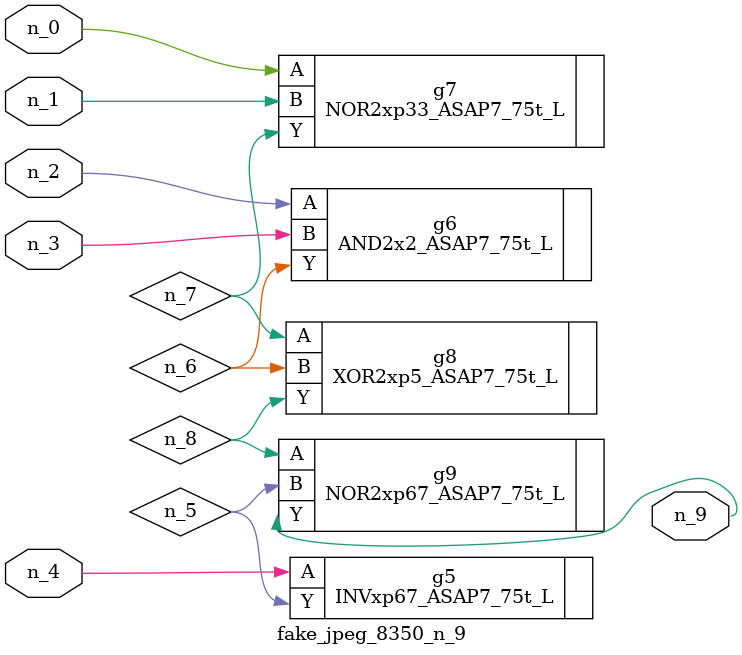
<source format=v>
module fake_jpeg_8350_n_9 (n_3, n_2, n_1, n_0, n_4, n_9);

input n_3;
input n_2;
input n_1;
input n_0;
input n_4;

output n_9;

wire n_8;
wire n_6;
wire n_5;
wire n_7;

INVxp67_ASAP7_75t_L g5 ( 
.A(n_4),
.Y(n_5)
);

AND2x2_ASAP7_75t_L g6 ( 
.A(n_2),
.B(n_3),
.Y(n_6)
);

NOR2xp33_ASAP7_75t_L g7 ( 
.A(n_0),
.B(n_1),
.Y(n_7)
);

XOR2xp5_ASAP7_75t_L g8 ( 
.A(n_7),
.B(n_6),
.Y(n_8)
);

NOR2xp67_ASAP7_75t_L g9 ( 
.A(n_8),
.B(n_5),
.Y(n_9)
);


endmodule
</source>
